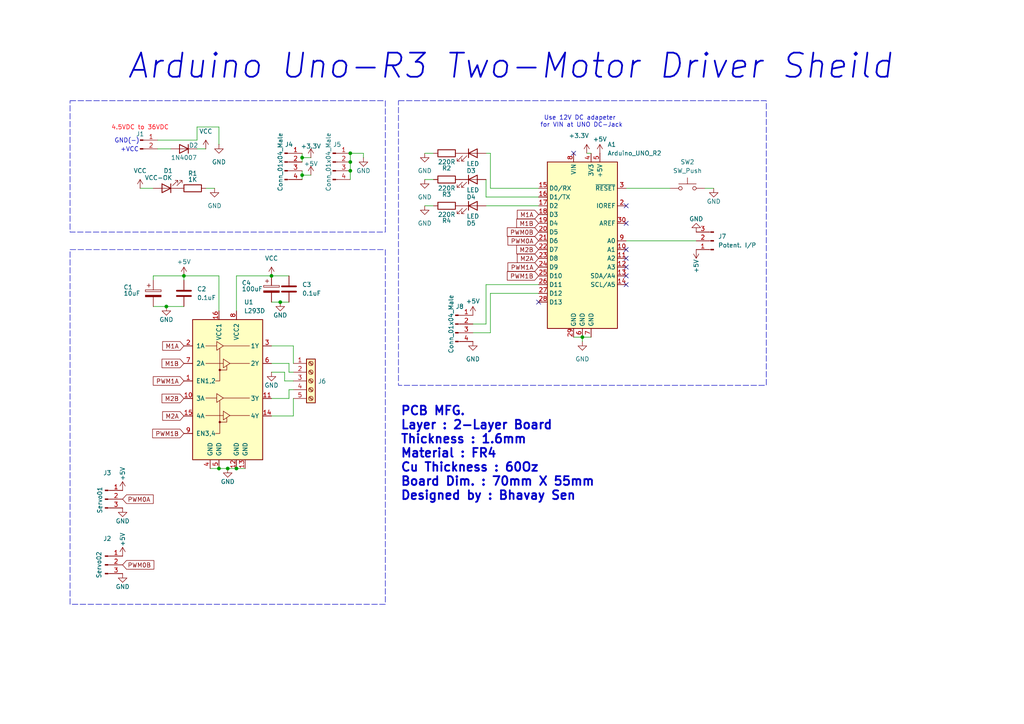
<source format=kicad_sch>
(kicad_sch (version 20231120) (generator "eeschema") (generator_version "8.0")
  (paper "A4")
  (title_block (title "Arduino UNO R3 Two-Motor Driver Sheild") (date "2024-08-04"))
  (lib_symbols
    (symbol "Connector:Conn_01x02_Pin" (pin_names (offset 1.016) hide)
      (property "Reference" "J" (at 0 2.54 0))
      (property "Value" "Conn_01x02_Pin" (at 0 -5.08 0))
      (symbol "Conn_01x02_Pin_1_1"
        (polyline (pts (xy 1.27 -2.54) (xy 0.8636 -2.54)) (stroke (width 0.1524)))
        (polyline (pts (xy 1.27 0) (xy 0.8636 0)) (stroke (width 0.1524)))
        (rectangle (start 0.8636 -2.413) (end 0 -2.667) (stroke (width 0.1524)) (fill (type outline)))
        (rectangle (start 0.8636 0.127) (end 0 -0.127) (stroke (width 0.1524)) (fill (type outline)))
        (pin passive line (at 5.08 0 180) (length 3.81) (name "Pin_1") (number "1"))
        (pin passive line (at 5.08 -2.54 180) (length 3.81) (name "Pin_2") (number "2"))
      )
    )
    (symbol "Connector:Conn_01x03_Pin" (pin_names (offset 1.016) hide)
      (property "Reference" "J" (at 0 5.08 0))
      (property "Value" "Conn_01x03_Pin" (at 0 -5.08 0))
      (symbol "Conn_01x03_Pin_1_1"
        (polyline (pts (xy 1.27 -2.54) (xy 0.8636 -2.54)) (stroke (width 0.1524)))
        (polyline (pts (xy 1.27 0) (xy 0.8636 0)) (stroke (width 0.1524)))
        (polyline (pts (xy 1.27 2.54) (xy 0.8636 2.54)) (stroke (width 0.1524)))
        (rectangle (start 0.8636 -2.413) (end 0 -2.667) (stroke (width 0.1524)) (fill (type outline)))
        (rectangle (start 0.8636 0.127) (end 0 -0.127) (stroke (width 0.1524)) (fill (type outline)))
        (rectangle (start 0.8636 2.667) (end 0 2.413) (stroke (width 0.1524)) (fill (type outline)))
        (pin passive line (at 5.08 2.54 180) (length 3.81) (name "Pin_1") (number "1"))
        (pin passive line (at 5.08 0 180) (length 3.81) (name "Pin_2") (number "2"))
        (pin passive line (at 5.08 -2.54 180) (length 3.81) (name "Pin_3") (number "3"))
      )
    )
    (symbol "Connector:Screw_Terminal_01x05" (pin_names (offset 1.016) hide)
      (property "Reference" "J" (at 0 7.62 0))
      (property "Value" "Screw_Terminal_01x05" (at 0 -7.62 0))
      (symbol "Screw_Terminal_01x05_1_1"
        (rectangle (start -1.27 6.35) (end 1.27 -6.35) (stroke (width 0.254)) (fill (type background)))
        (circle (center 0 -5.08) (radius 0.635) (stroke (width 0.1524)))
        (circle (center 0 -2.54) (radius 0.635) (stroke (width 0.1524)))
        (polyline (pts (xy -0.5334 -4.7498) (xy 0.3302 -5.588)) (stroke (width 0.1524)))
        (polyline (pts (xy -0.5334 -2.2098) (xy 0.3302 -3.048)) (stroke (width 0.1524)))
        (polyline (pts (xy -0.5334 0.3302) (xy 0.3302 -0.508)) (stroke (width 0.1524)))
        (polyline (pts (xy -0.5334 2.8702) (xy 0.3302 2.032)) (stroke (width 0.1524)))
        (polyline (pts (xy -0.5334 5.4102) (xy 0.3302 4.572)) (stroke (width 0.1524)))
        (polyline (pts (xy -0.3556 -4.572) (xy 0.508 -5.4102)) (stroke (width 0.1524)))
        (polyline (pts (xy -0.3556 -2.032) (xy 0.508 -2.8702)) (stroke (width 0.1524)))
        (polyline (pts (xy -0.3556 0.508) (xy 0.508 -0.3302)) (stroke (width 0.1524)))
        (polyline (pts (xy -0.3556 3.048) (xy 0.508 2.2098)) (stroke (width 0.1524)))
        (polyline (pts (xy -0.3556 5.588) (xy 0.508 4.7498)) (stroke (width 0.1524)))
        (circle (center 0 0) (radius 0.635) (stroke (width 0.1524)))
        (circle (center 0 2.54) (radius 0.635) (stroke (width 0.1524)))
        (circle (center 0 5.08) (radius 0.635) (stroke (width 0.1524)))
        (pin passive line (at -5.08 5.08 0) (length 3.81) (name "Pin_1") (number "1"))
        (pin passive line (at -5.08 2.54 0) (length 3.81) (name "Pin_2") (number "2"))
        (pin passive line (at -5.08 0 0) (length 3.81) (name "Pin_3") (number "3"))
        (pin passive line (at -5.08 -2.54 0) (length 3.81) (name "Pin_4") (number "4"))
        (pin passive line (at -5.08 -5.08 0) (length 3.81) (name "Pin_5") (number "5"))
      )
    )
    (symbol "Device:C" (pin_numbers hide) (pin_names (offset 0.254))
      (property "Reference" "C" (at 0.635 2.54 0))
      (property "Value" "C" (at 0.635 -2.54 0))
      (symbol "C_0_1"
        (polyline (pts (xy -2.032 -0.762) (xy 2.032 -0.762)) (stroke (width 0.508)))
        (polyline (pts (xy -2.032 0.762) (xy 2.032 0.762)) (stroke (width 0.508)))
      )
      (symbol "C_1_1"
        (pin passive line (at 0 3.81 270) (length 2.794) (name "~") (number "1"))
        (pin passive line (at 0 -3.81 90) (length 2.794) (name "~") (number "2"))
      )
    )
    (symbol "Device:C_Polarized" (pin_numbers hide) (pin_names (offset 0.254))
      (property "Reference" "C" (at 0.635 2.54 0))
      (property "Value" "C_Polarized" (at 0.635 -2.54 0))
      (symbol "C_Polarized_0_1"
        (rectangle (start -2.286 0.508) (end 2.286 1.016))
        (polyline (pts (xy -1.778 2.286) (xy -0.762 2.286)))
        (polyline (pts (xy -1.27 2.794) (xy -1.27 1.778)))
        (rectangle (start 2.286 -0.508) (end -2.286 -1.016) (fill (type outline)))
      )
      (symbol "C_Polarized_1_1"
        (pin passive line (at 0 3.81 270) (length 2.794) (name "~") (number "1"))
        (pin passive line (at 0 -3.81 90) (length 2.794) (name "~") (number "2"))
      )
    )
    (symbol "Device:LED" (pin_numbers hide) (pin_names (offset 1.016) hide)
      (property "Reference" "D" (at 0 2.54 0))
      (property "Value" "LED" (at 0 -2.54 0))
      (symbol "LED_0_1"
        (polyline (pts (xy -1.27 -1.27) (xy -1.27 1.27)) (stroke (width 0.254)))
        (polyline (pts (xy -1.27 0) (xy 1.27 0)))
        (polyline (pts (xy 1.27 -1.27) (xy 1.27 1.27) (xy -1.27 0) (xy 1.27 -1.27)) (stroke (width 0.254)))
        (polyline (pts (xy -3.048 -0.762) (xy -4.572 -2.286) (xy -3.81 -2.286) (xy -4.572 -2.286) (xy -4.572 -1.524)))
        (polyline (pts (xy -1.778 -0.762) (xy -3.302 -2.286) (xy -2.54 -2.286) (xy -3.302 -2.286) (xy -3.302 -1.524)))
      )
      (symbol "LED_1_1"
        (pin passive line (at -3.81 0 0) (length 2.54) (name "K") (number "1"))
        (pin passive line (at 3.81 0 180) (length 2.54) (name "A") (number "2"))
      )
    )
    (symbol "Device:R" (pin_numbers hide) (pin_names (offset 0))
      (property "Reference" "R" (at 2.032 0 90))
      (property "Value" "R" (at 0 0 90))
      (symbol "R_0_1"
        (rectangle (start -1.016 -2.54) (end 1.016 2.54) (stroke (width 0.254)))
      )
      (symbol "R_1_1"
        (pin passive line (at 0 3.81 270) (length 1.27) (name "~") (number "1"))
        (pin passive line (at 0 -3.81 90) (length 1.27) (name "~") (number "2"))
      )
    )
    (symbol "Diode:1N4007" (pin_numbers hide) (pin_names hide)
      (property "Reference" "D" (at 0 2.54 0))
      (property "Value" "1N4007" (at 0 -2.54 0))
      (symbol "1N4007_0_1"
        (polyline (pts (xy -1.27 1.27) (xy -1.27 -1.27)) (stroke (width 0.254)))
        (polyline (pts (xy 1.27 0) (xy -1.27 0)))
        (polyline (pts (xy 1.27 1.27) (xy 1.27 -1.27) (xy -1.27 0) (xy 1.27 1.27)) (stroke (width 0.254)))
      )
      (symbol "1N4007_1_1"
        (pin passive line (at -3.81 0 0) (length 2.54) (name "K") (number "1"))
        (pin passive line (at 3.81 0 180) (length 2.54) (name "A") (number "2"))
      )
    )
    (symbol "Driver_Motor:L293D" (pin_names (offset 1.016))
      (property "Reference" "U" (at -5.08 26.035 0))
      (property "Value" "L293D" (at -5.08 24.13 0))
      (symbol "L293D_0_1"
        (rectangle (start -10.16 22.86) (end 10.16 -17.78) (stroke (width 0.254)) (fill (type background)))
        (circle (center -2.286 -6.858) (radius 0.254) (fill (type outline)))
        (circle (center -2.286 8.255) (radius 0.254) (fill (type outline)))
        (polyline (pts (xy -6.35 -4.953) (xy -1.27 -4.953)))
        (polyline (pts (xy -6.35 0.127) (xy -3.175 0.127)))
        (polyline (pts (xy -6.35 10.16) (xy -1.27 10.16)))
        (polyline (pts (xy -6.35 15.24) (xy -3.175 15.24)))
        (polyline (pts (xy -1.27 0.127) (xy 6.35 0.127)))
        (polyline (pts (xy -1.27 15.24) (xy 6.35 15.24)))
        (polyline (pts (xy 0.635 -4.953) (xy 6.35 -4.953)))
        (polyline (pts (xy 0.635 10.16) (xy 6.35 10.16)))
        (polyline (pts (xy -2.286 -6.858) (xy -0.254 -6.858) (xy -0.254 -5.588)))
        (polyline (pts (xy -2.286 -0.635) (xy -2.286 -10.16) (xy -3.556 -10.16)))
        (polyline (pts (xy -2.286 8.255) (xy -0.254 8.255) (xy -0.254 9.525)))
        (polyline (pts (xy -2.286 14.478) (xy -2.286 5.08) (xy -3.556 5.08)))
        (polyline (pts (xy -3.175 1.397) (xy -3.175 -1.143) (xy -1.27 0.127) (xy -3.175 1.397)))
        (polyline (pts (xy -3.175 16.51) (xy -3.175 13.97) (xy -1.27 15.24) (xy -3.175 16.51)))
        (polyline (pts (xy -1.27 -3.683) (xy -1.27 -6.223) (xy 0.635 -4.953) (xy -1.27 -3.683)))
        (polyline (pts (xy -1.27 11.43) (xy -1.27 8.89) (xy 0.635 10.16) (xy -1.27 11.43)))
      )
      (symbol "L293D_1_1"
        (pin input line (at -12.7 5.08 0) (length 2.54) (name "EN1,2") (number "1"))
        (pin input line (at -12.7 0 0) (length 2.54) (name "3A") (number "10"))
        (pin output line (at 12.7 0 180) (length 2.54) (name "3Y") (number "11"))
        (pin power_in line (at 2.54 -20.32 90) (length 2.54) (name "GND") (number "12"))
        (pin power_in line (at 5.08 -20.32 90) (length 2.54) (name "GND") (number "13"))
        (pin output line (at 12.7 -5.08 180) (length 2.54) (name "4Y") (number "14"))
        (pin input line (at -12.7 -5.08 0) (length 2.54) (name "4A") (number "15"))
        (pin power_in line (at -2.54 25.4 270) (length 2.54) (name "VCC1") (number "16"))
        (pin input line (at -12.7 15.24 0) (length 2.54) (name "1A") (number "2"))
        (pin output line (at 12.7 15.24 180) (length 2.54) (name "1Y") (number "3"))
        (pin power_in line (at -5.08 -20.32 90) (length 2.54) (name "GND") (number "4"))
        (pin power_in line (at -2.54 -20.32 90) (length 2.54) (name "GND") (number "5"))
        (pin output line (at 12.7 10.16 180) (length 2.54) (name "2Y") (number "6"))
        (pin input line (at -12.7 10.16 0) (length 2.54) (name "2A") (number "7"))
        (pin power_in line (at 2.54 25.4 270) (length 2.54) (name "VCC2") (number "8"))
        (pin input line (at -12.7 -10.16 0) (length 2.54) (name "EN3,4") (number "9"))
      )
    )
    (symbol "MCU_Module:Arduino_UNO_R2"
      (property "Reference" "A" (at -10.16 23.495 0))
      (property "Value" "Arduino_UNO_R2" (at 5.08 -26.67 0))
      (symbol "Arduino_UNO_R2_0_1"
        (rectangle (start -10.16 22.86) (end 10.16 -25.4) (stroke (width 0.254)) (fill (type background)))
      )
      (symbol "Arduino_UNO_R2_1_1"
        (pin no_connect line (at -10.16 -20.32 0) (length 2.54) hide (name "NC") (number "1"))
        (pin bidirectional line (at 12.7 -2.54 180) (length 2.54) (name "A1") (number "10"))
        (pin bidirectional line (at 12.7 -5.08 180) (length 2.54) (name "A2") (number "11"))
        (pin bidirectional line (at 12.7 -7.62 180) (length 2.54) (name "A3") (number "12"))
        (pin bidirectional line (at 12.7 -10.16 180) (length 2.54) (name "SDA/A4") (number "13"))
        (pin bidirectional line (at 12.7 -12.7 180) (length 2.54) (name "SCL/A5") (number "14"))
        (pin bidirectional line (at -12.7 15.24 0) (length 2.54) (name "D0/RX") (number "15"))
        (pin bidirectional line (at -12.7 12.7 0) (length 2.54) (name "D1/TX") (number "16"))
        (pin bidirectional line (at -12.7 10.16 0) (length 2.54) (name "D2") (number "17"))
        (pin bidirectional line (at -12.7 7.62 0) (length 2.54) (name "D3") (number "18"))
        (pin bidirectional line (at -12.7 5.08 0) (length 2.54) (name "D4") (number "19"))
        (pin output line (at 12.7 10.16 180) (length 2.54) (name "IOREF") (number "2"))
        (pin bidirectional line (at -12.7 2.54 0) (length 2.54) (name "D5") (number "20"))
        (pin bidirectional line (at -12.7 0 0) (length 2.54) (name "D6") (number "21"))
        (pin bidirectional line (at -12.7 -2.54 0) (length 2.54) (name "D7") (number "22"))
        (pin bidirectional line (at -12.7 -5.08 0) (length 2.54) (name "D8") (number "23"))
        (pin bidirectional line (at -12.7 -7.62 0) (length 2.54) (name "D9") (number "24"))
        (pin bidirectional line (at -12.7 -10.16 0) (length 2.54) (name "D10") (number "25"))
        (pin bidirectional line (at -12.7 -12.7 0) (length 2.54) (name "D11") (number "26"))
        (pin bidirectional line (at -12.7 -15.24 0) (length 2.54) (name "D12") (number "27"))
        (pin bidirectional line (at -12.7 -17.78 0) (length 2.54) (name "D13") (number "28"))
        (pin power_in line (at -2.54 -27.94 90) (length 2.54) (name "GND") (number "29"))
        (pin input line (at 12.7 15.24 180) (length 2.54) (name "~{RESET}") (number "3"))
        (pin input line (at 12.7 5.08 180) (length 2.54) (name "AREF") (number "30"))
        (pin power_out line (at 2.54 25.4 270) (length 2.54) (name "3V3") (number "4"))
        (pin power_out line (at 5.08 25.4 270) (length 2.54) (name "+5V") (number "5"))
        (pin power_in line (at 0 -27.94 90) (length 2.54) (name "GND") (number "6"))
        (pin power_in line (at 2.54 -27.94 90) (length 2.54) (name "GND") (number "7"))
        (pin power_in line (at -2.54 25.4 270) (length 2.54) (name "VIN") (number "8"))
        (pin bidirectional line (at 12.7 0 180) (length 2.54) (name "A0") (number "9"))
      )
    )
    (symbol "Switch:SW_Push" (pin_numbers hide) (pin_names (offset 1.016) hide)
      (property "Reference" "SW" (at 1.27 2.54 0))
      (property "Value" "SW_Push" (at 0 -1.524 0))
      (symbol "SW_Push_0_1"
        (circle (center -2.032 0) (radius 0.508))
        (polyline (pts (xy 0 1.27) (xy 0 3.048)))
        (polyline (pts (xy 2.54 1.27) (xy -2.54 1.27)))
        (circle (center 2.032 0) (radius 0.508))
        (pin passive line (at -5.08 0 0) (length 2.54) (name "1") (number "1"))
        (pin passive line (at 5.08 0 180) (length 2.54) (name "2") (number "2"))
      )
    )
    (symbol "motor driver shield-rescue:Conn_01x04_Male-Connector" (pin_names (offset 1.016) hide)
      (property "Reference" "J" (at 0 5.08 0))
      (property "Value" "Connector_Conn_01x04_Male" (at 0 -7.62 0))
      (symbol "Conn_01x04_Male-Connector_1_1"
        (polyline (pts (xy 1.27 -5.08) (xy 0.8636 -5.08)) (stroke (width 0.1524)))
        (polyline (pts (xy 1.27 -2.54) (xy 0.8636 -2.54)) (stroke (width 0.1524)))
        (polyline (pts (xy 1.27 0) (xy 0.8636 0)) (stroke (width 0.1524)))
        (polyline (pts (xy 1.27 2.54) (xy 0.8636 2.54)) (stroke (width 0.1524)))
        (rectangle (start 0.8636 -4.953) (end 0 -5.207) (stroke (width 0.1524)) (fill (type outline)))
        (rectangle (start 0.8636 -2.413) (end 0 -2.667) (stroke (width 0.1524)) (fill (type outline)))
        (rectangle (start 0.8636 0.127) (end 0 -0.127) (stroke (width 0.1524)) (fill (type outline)))
        (rectangle (start 0.8636 2.667) (end 0 2.413) (stroke (width 0.1524)) (fill (type outline)))
        (pin passive line (at 5.08 2.54 180) (length 3.81) (name "Pin_1") (number "1"))
        (pin passive line (at 5.08 0 180) (length 3.81) (name "Pin_2") (number "2"))
        (pin passive line (at 5.08 -2.54 180) (length 3.81) (name "Pin_3") (number "3"))
        (pin passive line (at 5.08 -5.08 180) (length 3.81) (name "Pin_4") (number "4"))
      )
    )
    (symbol "power:+3.3V" (power) (pin_numbers hide) (pin_names (offset 0) hide)
      (property "Value" "+3.3V" (at 0 3.556 0))
      (symbol "+3.3V_0_1"
        (polyline (pts (xy -0.762 1.27) (xy 0 2.54)))
        (polyline (pts (xy 0 0) (xy 0 2.54)))
        (polyline (pts (xy 0 2.54) (xy 0.762 1.27)))
      )
      (symbol "+3.3V_1_1"
        (pin power_in line (at 0 0 90) (length 0) (name "~") (number "1"))
      )
    )
    (symbol "power:+5V" (power) (pin_numbers hide) (pin_names (offset 0) hide)
      (property "Value" "+5V" (at 0 3.556 0))
      (symbol "+5V_0_1"
        (polyline (pts (xy -0.762 1.27) (xy 0 2.54)))
        (polyline (pts (xy 0 0) (xy 0 2.54)))
        (polyline (pts (xy 0 2.54) (xy 0.762 1.27)))
      )
      (symbol "+5V_1_1"
        (pin power_in line (at 0 0 90) (length 0) (name "~") (number "1"))
      )
    )
    (symbol "power:GND" (power) (pin_numbers hide) (pin_names (offset 0) hide)
      (property "Value" "GND" (at 0 -3.81 0))
      (symbol "GND_0_1"
        (polyline (pts (xy 0 0) (xy 0 -1.27) (xy 1.27 -1.27) (xy 0 -2.54) (xy -1.27 -1.27) (xy 0 -1.27)))
      )
      (symbol "GND_1_1"
        (pin power_in line (at 0 0 270) (length 0) (name "~") (number "1"))
      )
    )
    (symbol "power:VCC" (power) (pin_numbers hide) (pin_names (offset 0) hide)
      (property "Value" "VCC" (at 0 3.556 0))
      (symbol "VCC_0_1"
        (polyline (pts (xy -0.762 1.27) (xy 0 2.54)))
        (polyline (pts (xy 0 0) (xy 0 2.54)))
        (polyline (pts (xy 0 2.54) (xy 0.762 1.27)))
      )
      (symbol "VCC_1_1"
        (pin power_in line (at 0 0 90) (length 0) (name "~") (number "1"))
      )
    )
  )
  (junction (at 81.28 87.63))
  (junction (at 48.26 88.9))
  (junction (at 68.58 135.89))
  (junction (at 168.91 97.79))
  (junction (at 87.63 45.72))
  (junction (at 63.5 135.89))
  (junction (at 66.04 135.89))
  (junction (at 101.6 44.45))
  (junction (at 101.6 46.99))
  (junction (at 53.34 80.01))
  (junction (at 87.63 50.8))
  (junction (at 101.6 49.53))
  (junction (at 78.74 80.01))
  (no_connect (at 166.37 44.45))
  (no_connect (at 181.61 82.55))
  (no_connect (at 181.61 74.93))
  (no_connect (at 181.61 64.77))
  (no_connect (at 156.21 87.63))
  (no_connect (at 181.61 59.69))
  (no_connect (at 181.61 77.47))
  (no_connect (at 181.61 80.01))
  (no_connect (at 181.61 72.39))
  (wire (pts (xy 83.82 113.03) (xy 85.09 113.03)))
  (wire (pts (xy 101.6 44.45) (xy 101.6 46.99)))
  (wire (pts (xy 85.09 100.33) (xy 85.09 105.41)))
  (wire (pts (xy 140.97 93.98) (xy 137.16 93.98)))
  (wire (pts (xy 87.63 50.8) (xy 87.63 52.07)))
  (wire (pts (xy 83.82 105.41) (xy 83.82 107.95)))
  (wire (pts (xy 87.63 50.8) (xy 90.17 50.8)))
  (wire (pts (xy 83.82 107.95) (xy 85.09 107.95)))
  (wire (pts (xy 53.34 80.01) (xy 44.45 80.01)))
  (wire (pts (xy 168.91 99.06) (xy 168.91 97.79)))
  (wire (pts (xy 57.15 43.18) (xy 59.69 43.18)))
  (wire (pts (xy 123.19 59.69) (xy 125.73 59.69)))
  (wire (pts (xy 156.21 57.15) (xy 140.97 57.15)))
  (wire (pts (xy 63.5 90.17) (xy 63.5 80.01)))
  (wire (pts (xy 101.6 44.45) (xy 105.41 44.45)))
  (wire (pts (xy 87.63 44.45) (xy 87.63 45.72)))
  (wire (pts (xy 83.82 115.57) (xy 83.82 113.03)))
  (wire (pts (xy 60.96 135.89) (xy 63.5 135.89)))
  (wire (pts (xy 142.24 54.61) (xy 142.24 44.45)))
  (wire (pts (xy 63.5 135.89) (xy 66.04 135.89)))
  (wire (pts (xy 166.37 97.79) (xy 168.91 97.79)))
  (wire (pts (xy 87.63 45.72) (xy 87.63 46.99)))
  (wire (pts (xy 78.74 100.33) (xy 85.09 100.33)))
  (wire (pts (xy 68.58 90.17) (xy 68.58 80.01)))
  (wire (pts (xy 123.19 44.45) (xy 125.73 44.45)))
  (wire (pts (xy 78.74 87.63) (xy 81.28 87.63)))
  (wire (pts (xy 81.28 87.63) (xy 83.82 87.63)))
  (wire (pts (xy 170.18 44.45) (xy 171.45 44.45)))
  (wire (pts (xy 87.63 49.53) (xy 87.63 50.8)))
  (wire (pts (xy 57.15 40.64) (xy 45.72 40.64)))
  (wire (pts (xy 44.45 88.9) (xy 48.26 88.9)))
  (wire (pts (xy 68.58 135.89) (xy 71.12 135.89)))
  (wire (pts (xy 156.21 82.55) (xy 140.97 82.55)))
  (wire (pts (xy 137.16 96.52) (xy 142.24 96.52)))
  (wire (pts (xy 48.26 88.9) (xy 53.34 88.9)))
  (wire (pts (xy 156.21 85.09) (xy 142.24 85.09)))
  (wire (pts (xy 78.74 80.01) (xy 83.82 80.01)))
  (wire (pts (xy 63.5 80.01) (xy 53.34 80.01)))
  (wire (pts (xy 57.15 36.83) (xy 57.15 40.64)))
  (wire (pts (xy 78.74 115.57) (xy 83.82 115.57)))
  (wire (pts (xy 63.5 36.83) (xy 63.5 41.91)))
  (wire (pts (xy 140.97 57.15) (xy 140.97 52.07)))
  (wire (pts (xy 123.19 52.07) (xy 125.73 52.07)))
  (wire (pts (xy 62.23 54.61) (xy 59.69 54.61)))
  (wire (pts (xy 45.72 43.18) (xy 49.53 43.18)))
  (wire (pts (xy 66.04 135.89) (xy 68.58 135.89)))
  (wire (pts (xy 82.55 110.49) (xy 85.09 110.49)))
  (wire (pts (xy 140.97 59.69) (xy 156.21 59.69)))
  (wire (pts (xy 87.63 45.72) (xy 90.17 45.72)))
  (wire (pts (xy 78.74 120.65) (xy 85.09 120.65)))
  (wire (pts (xy 53.34 80.01) (xy 53.34 81.28)))
  (wire (pts (xy 78.74 107.95) (xy 82.55 107.95)))
  (wire (pts (xy 85.09 120.65) (xy 85.09 115.57)))
  (wire (pts (xy 142.24 85.09) (xy 142.24 96.52)))
  (wire (pts (xy 101.6 46.99) (xy 101.6 49.53)))
  (wire (pts (xy 156.21 54.61) (xy 142.24 54.61)))
  (wire (pts (xy 181.61 69.85) (xy 201.93 69.85)))
  (wire (pts (xy 68.58 80.01) (xy 78.74 80.01)))
  (wire (pts (xy 105.41 44.45) (xy 105.41 45.72)))
  (wire (pts (xy 44.45 80.01) (xy 44.45 81.28)))
  (wire (pts (xy 40.64 54.61) (xy 44.45 54.61)))
  (wire (pts (xy 78.74 105.41) (xy 83.82 105.41)))
  (wire (pts (xy 142.24 44.45) (xy 140.97 44.45)))
  (wire (pts (xy 140.97 82.55) (xy 140.97 93.98)))
  (wire (pts (xy 204.47 54.61) (xy 207.01 54.61)))
  (wire (pts (xy 101.6 49.53) (xy 101.6 52.07)))
  (wire (pts (xy 181.61 54.61) (xy 194.31 54.61)))
  (wire (pts (xy 57.15 36.83) (xy 63.5 36.83)))
  (wire (pts (xy 168.91 97.79) (xy 171.45 97.79)))
  (wire (pts (xy 82.55 107.95) (xy 82.55 110.49)))
  (rectangle (start 20.32 72.39) (end 111.76 175.26) (stroke (width 0) (type dash)))
  (rectangle (start 115.57 29.21) (end 222.25 111.76) (stroke (width 0) (type dash)))
  (rectangle (start 20.32 29.21) (end 111.76 67.31) (stroke (width 0) (type dash)))
  (text "Arduino Uno-R3 Two-Motor Driver Sheild" (at 148.082 19.304 0) (effects (font (size 7 7) (thickness 0.508) (bold yes) (italic yes))))
  (text "GND(-)" (at 36.83 40.894 0) (effects (font (size 1.27 1.27))))
  (text "PCB MFG. \nLayer : 2-Layer Board\nThickness : 1.6mm\nMaterial : FR4\nCu Thickness : 60Oz\nBoard Dim. : 70mm X 55mm\nDesigned by : Bhavay Sen" (at 116.078 131.572 0) (effects (font (size 2.54 2.54) (thickness 0.508) (bold yes)) (justify left)))
  (text "Use 12V DC adapeter \nfor VIN at UNO DC-Jack" (at 168.656 35.306 0) (effects (font (size 1.27 1.27))))
  (text "+VCC" (at 37.592 43.434 0) (effects (font (size 1.27 1.27))))
  (global_label "PWM1B" (shape input) (at 156.21 80.01 180) (property "Intersheetrefs" "${INTERSHEET_REFS}" (effects (hide yes))))
  (global_label "PWM1A" (shape input) (at 53.34 110.49 180) (property "Intersheetrefs" "${INTERSHEET_REFS}" (effects (hide yes))))
  (global_label "M2B" (shape input) (at 156.21 72.39 180) (property "Intersheetrefs" "${INTERSHEET_REFS}" (effects (hide yes))))
  (global_label "M1B" (shape input) (at 156.21 64.77 180) (property "Intersheetrefs" "${INTERSHEET_REFS}" (effects (hide yes))))
  (global_label "PWM0A" (shape input) (at 35.56 144.78 0) (property "Intersheetrefs" "${INTERSHEET_REFS}" (effects (hide yes))))
  (global_label "PWM0B" (shape input) (at 156.21 67.31 180) (property "Intersheetrefs" "${INTERSHEET_REFS}" (effects (hide yes))))
  (global_label "M2A" (shape input) (at 53.34 120.65 180) (property "Intersheetrefs" "${INTERSHEET_REFS}" (effects (hide yes))))
  (global_label "M2B" (shape input) (at 53.34 115.57 180) (property "Intersheetrefs" "${INTERSHEET_REFS}" (effects (hide yes))))
  (global_label "PWM1B" (shape input) (at 53.34 125.73 180) (property "Intersheetrefs" "${INTERSHEET_REFS}" (effects (hide yes))))
  (global_label "M2A" (shape input) (at 156.21 74.93 180) (property "Intersheetrefs" "${INTERSHEET_REFS}" (effects (hide yes))))
  (global_label "PWM1A" (shape input) (at 156.21 77.47 180) (property "Intersheetrefs" "${INTERSHEET_REFS}" (effects (hide yes))))
  (global_label "PWM0B" (shape input) (at 35.56 163.83 0) (property "Intersheetrefs" "${INTERSHEET_REFS}" (effects (hide yes))))
  (global_label "M1A" (shape input) (at 53.34 100.33 180) (property "Intersheetrefs" "${INTERSHEET_REFS}" (effects (hide yes))))
  (global_label "M1A" (shape input) (at 156.21 62.23 180) (property "Intersheetrefs" "${INTERSHEET_REFS}" (effects (hide yes))))
  (global_label "M1B" (shape input) (at 53.34 105.41 180) (property "Intersheetrefs" "${INTERSHEET_REFS}" (effects (hide yes))))
  (global_label "PWM0A" (shape input) (at 156.21 69.85 180) (property "Intersheetrefs" "${INTERSHEET_REFS}" (effects (hide yes))))
  (symbol (lib_id "power:VCC") (at 59.69 43.18 0) (unit 1)
    (property "Reference" "#PWR02" (effects (hide yes)))
    (property "Value" "VCC" (at 59.69 38.1 0))
    (property "Description" "Power symbol creates a global label with name \"VCC\"" (effects (hide yes)))
  )
  (symbol (lib_id "power:GND") (at 201.93 67.31 180) (unit 1)
    (property "Reference" "#PWR021" (effects (hide yes)))
    (property "Value" "GND" (at 201.93 63.5 0))
    (property "Description" "Power symbol creates a global label with name \"GND\" , ground" (effects (hide yes)))
  )
  (symbol (lib_id "Connector:Conn_01x03_Pin") (at 207.01 69.85 180) (unit 1)
    (property "Reference" "J7" (at 208.28 68.5799 0) (effects (justify right)))
    (property "Value" "Potent. I/P" (at 208.28 71.1199 0) (effects (justify right)))
    (property "Footprint" "Connector_JST:JST_XH_S3B-XH-A-1_1x03_P2.50mm_Horizontal" (effects (hide yes)))
    (property "Description" "Generic connector, single row, 01x03, script generated" (effects (hide yes)))
  )
  (symbol (lib_id "Device:C") (at 53.34 85.09 0) (unit 1)
    (property "Reference" "C2" (at 57.15 83.8199 0) (effects (justify left)))
    (property "Value" "0.1uF" (at 57.15 86.3599 0) (effects (justify left)))
    (property "Footprint" "Capacitor_THT:CP_Radial_D5.0mm_P2.50mm" (effects (hide yes)))
    (property "Description" "Unpolarized capacitor" (effects (hide yes)))
  )
  (symbol (lib_id "power:+5V") (at 90.17 50.8 0) (unit 1)
    (property "Reference" "#PWR06" (effects (hide yes)))
    (property "Value" "+5V" (at 90.17 47.498 0))
    (property "Description" "Power symbol creates a global label with name \"+5V\"" (effects (hide yes)))
  )
  (symbol (lib_id "power:+5V") (at 201.93 72.39 180) (unit 1)
    (property "Reference" "#PWR022" (effects (hide yes)))
    (property "Value" "+5V" (at 201.93 77.216 90))
    (property "Description" "Power symbol creates a global label with name \"+5V\"" (effects (hide yes)))
  )
  (symbol (lib_id "Connector:Conn_01x03_Pin") (at 30.48 163.83 0) (unit 1)
    (property "Reference" "J2" (at 31.115 156.21 0))
    (property "Value" "Servo02" (at 28.702 163.83 90))
    (property "Footprint" "Connector_PinSocket_2.54mm:PinSocket_1x03_P2.54mm_Vertical" (effects (hide yes)))
    (property "Description" "Generic connector, single row, 01x03, script generated" (effects (hide yes)))
  )
  (symbol (lib_id "Device:C") (at 83.82 83.82 0) (unit 1)
    (property "Reference" "C3" (at 87.63 82.5499 0) (effects (justify left)))
    (property "Value" "0.1uF" (at 87.63 85.0899 0) (effects (justify left)))
    (property "Footprint" "Capacitor_THT:CP_Radial_D5.0mm_P2.50mm" (effects (hide yes)))
    (property "Description" "Unpolarized capacitor" (effects (hide yes)))
  )
  (symbol (lib_id "Device:LED") (at 48.26 54.61 180) (unit 1)
    (property "Reference" "D1" (at 48.768 49.53 0))
    (property "Value" "VCC-OK" (at 45.974 51.562 0))
    (property "Footprint" "LED_THT:LED_D5.0mm" (effects (hide yes)))
    (property "Description" "Light emitting diode" (effects (hide yes)))
  )
  (symbol (lib_id "power:GND") (at 123.19 59.69 0) (unit 1)
    (property "Reference" "#PWR020" (effects (hide yes)))
    (property "Value" "GND" (at 123.19 64.77 0))
    (property "Description" "Power symbol creates a global label with name \"GND\" , ground" (effects (hide yes)))
  )
  (symbol (lib_id "Driver_Motor:L293D") (at 66.04 115.57 0) (unit 1)
    (property "Reference" "U1" (at 70.7741 87.63 0) (effects (justify left)))
    (property "Value" "L293D" (at 70.7741 90.17 0) (effects (justify left)))
    (property "Footprint" "Package_DIP:DIP-16_W7.62mm" (effects (hide yes)))
    (property "Datasheet" "http://www.ti.com/lit/ds/symlink/l293.pdf" (effects (hide yes)))
    (property "Description" "Quadruple Half-H Drivers" (effects (hide yes)))
  )
  (symbol (lib_id "Device:R") (at 129.54 44.45 270) (unit 1)
    (property "Reference" "R2" (at 129.54 48.768 90))
    (property "Value" "220R" (at 129.54 46.99 90))
    (property "Footprint" "Resistor_THT:R_Axial_DIN0207_L6.3mm_D2.5mm_P7.62mm_Horizontal" (effects (hide yes)))
    (property "Description" "Resistor" (effects (hide yes)))
  )
  (symbol (lib_id "power:VCC") (at 40.64 54.61 0) (unit 1)
    (property "Reference" "#PWR03" (effects (hide yes)))
    (property "Value" "VCC" (at 40.64 49.53 0))
    (property "Description" "Power symbol creates a global label with name \"VCC\"" (effects (hide yes)))
  )
  (symbol (lib_id "power:VCC") (at 78.74 80.01 0) (unit 1)
    (property "Reference" "#PWR028" (effects (hide yes)))
    (property "Value" "VCC" (at 78.74 74.93 0))
    (property "Description" "Power symbol creates a global label with name \"VCC\"" (effects (hide yes)))
  )
  (symbol (lib_id "power:GND") (at 35.56 147.32 0) (unit 1)
    (property "Reference" "#PWR010" (effects (hide yes)))
    (property "Value" "GND" (at 35.56 151.13 0))
    (property "Description" "Power symbol creates a global label with name \"GND\" , ground" (effects (hide yes)))
  )
  (symbol (lib_id "power:GND") (at 48.26 88.9 0) (unit 1)
    (property "Reference" "#PWR025" (effects (hide yes)))
    (property "Value" "GND" (at 48.26 92.71 0))
    (property "Description" "Power symbol creates a global label with name \"GND\" , ground" (effects (hide yes)))
  )
  (symbol (lib_id "Device:LED") (at 137.16 59.69 0) (unit 1)
    (property "Reference" "D5" (at 136.652 64.77 0))
    (property "Value" "LED" (at 137.16 62.738 0))
    (property "Footprint" "LED_THT:LED_D5.0mm" (effects (hide yes)))
    (property "Description" "Light emitting diode" (effects (hide yes)))
  )
  (symbol (lib_id "power:+5V") (at 53.34 80.01 0) (unit 1)
    (property "Reference" "#PWR027" (effects (hide yes)))
    (property "Value" "+5V" (at 53.34 75.946 0))
    (property "Description" "Power symbol creates a global label with name \"+5V\"" (effects (hide yes)))
  )
  (symbol (lib_id "Switch:SW_Push") (at 199.39 54.61 0) (unit 1)
    (property "Reference" "SW2" (at 199.39 46.99 0))
    (property "Value" "SW_Push" (at 199.39 49.53 0))
    (property "Footprint" "Button_Switch_THT:SW_PUSH_6mm_H5mm" (effects (hide yes)))
    (property "Description" "Push button switch, generic, two pins" (effects (hide yes)))
  )
  (symbol (lib_id "Connector:Conn_01x02_Pin") (at 40.64 40.64 0) (unit 1)
    (property "Reference" "J1" (at 40.64 38.862 0))
    (property "Value" "4.5VDC to 36VDC" (at 40.64 36.83 0))
    (property "Footprint" "Connector_JST:JST_PH_S2B-PH-K_1x02_P2.00mm_Horizontal" (effects (hide yes)))
    (property "Description" "Generic connector, single row, 01x02, script generated" (effects (hide yes)))
  )
  (symbol (lib_id "power:GND") (at 78.74 107.95 0) (unit 1)
    (property "Reference" "#PWR017" (effects (hide yes)))
    (property "Value" "GND" (at 78.74 111.76 0))
    (property "Description" "Power symbol creates a global label with name \"GND\" , ground" (effects (hide yes)))
  )
  (symbol (lib_id "motor driver shield-rescue:Conn_01x04_Male-Connector") (at 96.52 46.99 0) (unit 1)
    (property "Reference" "J5" (at 97.79 41.91 0))
    (property "Value" "Conn_01x04_Male" (at 95.25 46.99 90))
    (property "Footprint" "Connector_PinSocket_2.54mm:PinSocket_1x04_P2.54mm_Vertical" (effects (hide yes)))
  )
  (symbol (lib_id "Device:R") (at 55.88 54.61 90) (unit 1)
    (property "Reference" "R1" (at 55.88 50.292 90))
    (property "Value" "1K" (at 55.88 52.07 90))
    (property "Footprint" "Resistor_THT:R_Axial_DIN0207_L6.3mm_D2.5mm_P7.62mm_Horizontal" (effects (hide yes)))
    (property "Description" "Resistor" (effects (hide yes)))
  )
  (symbol (lib_id "power:+5V") (at 35.56 142.24 0) (unit 1)
    (property "Reference" "#PWR015" (effects (hide yes)))
    (property "Value" "+5V" (at 35.56 137.414 90))
    (property "Description" "Power symbol creates a global label with name \"+5V\"" (effects (hide yes)))
  )
  (symbol (lib_id "Device:R") (at 129.54 59.69 270) (unit 1)
    (property "Reference" "R4" (at 129.54 64.008 90))
    (property "Value" "220R" (at 129.54 62.23 90))
    (property "Footprint" "Resistor_THT:R_Axial_DIN0207_L6.3mm_D2.5mm_P7.62mm_Horizontal" (effects (hide yes)))
    (property "Description" "Resistor" (effects (hide yes)))
  )
  (symbol (lib_id "power:+3.3V") (at 170.18 44.45 0) (unit 1)
    (property "Reference" "#PWR014" (effects (hide yes)))
    (property "Value" "+3.3V" (at 167.894 39.37 0))
    (property "Description" "Power symbol creates a global label with name \"+3.3V\"" (effects (hide yes)))
  )
  (symbol (lib_id "power:GND") (at 123.19 52.07 0) (unit 1)
    (property "Reference" "#PWR019" (effects (hide yes)))
    (property "Value" "GND" (at 123.19 57.15 0))
    (property "Description" "Power symbol creates a global label with name \"GND\" , ground" (effects (hide yes)))
  )
  (symbol (lib_id "Device:R") (at 129.54 52.07 270) (unit 1)
    (property "Reference" "R3" (at 129.54 56.388 90))
    (property "Value" "220R" (at 129.54 54.61 90))
    (property "Footprint" "Resistor_THT:R_Axial_DIN0207_L6.3mm_D2.5mm_P7.62mm_Horizontal" (effects (hide yes)))
    (property "Description" "Resistor" (effects (hide yes)))
  )
  (symbol (lib_id "power:+5V") (at 35.56 161.29 0) (unit 1)
    (property "Reference" "#PWR07" (effects (hide yes)))
    (property "Value" "+5V" (at 35.56 156.464 90))
    (property "Description" "Power symbol creates a global label with name \"+5V\"" (effects (hide yes)))
  )
  (symbol (lib_id "power:GND") (at 105.41 45.72 0) (unit 1)
    (property "Reference" "#PWR08" (effects (hide yes)))
    (property "Value" "GND" (at 105.41 49.53 0))
    (property "Description" "Power symbol creates a global label with name \"GND\" , ground" (effects (hide yes)))
  )
  (symbol (lib_id "power:GND") (at 35.56 166.37 0) (unit 1)
    (property "Reference" "#PWR09" (effects (hide yes)))
    (property "Value" "GND" (at 35.56 170.18 0))
    (property "Description" "Power symbol creates a global label with name \"GND\" , ground" (effects (hide yes)))
  )
  (symbol (lib_id "power:GND") (at 207.01 54.61 0) (unit 1)
    (property "Reference" "#PWR012" (effects (hide yes)))
    (property "Value" "GND" (at 207.01 58.42 0))
    (property "Description" "Power symbol creates a global label with name \"GND\" , ground" (effects (hide yes)))
  )
  (symbol (lib_id "power:+5V") (at 173.99 44.45 0) (unit 1)
    (property "Reference" "#PWR013" (effects (hide yes)))
    (property "Value" "+5V" (at 173.99 40.386 0))
    (property "Description" "Power symbol creates a global label with name \"+5V\"" (effects (hide yes)))
  )
  (symbol (lib_id "power:GND") (at 62.23 54.61 0) (unit 1)
    (property "Reference" "#PWR04" (effects (hide yes)))
    (property "Value" "GND" (at 62.23 59.69 0))
    (property "Description" "Power symbol creates a global label with name \"GND\" , ground" (effects (hide yes)))
  )
  (symbol (lib_id "power:GND") (at 63.5 41.91 0) (unit 1)
    (property "Reference" "#PWR01" (effects (hide yes)))
    (property "Value" "GND" (at 63.5 46.99 0))
    (property "Description" "Power symbol creates a global label with name \"GND\" , ground" (effects (hide yes)))
  )
  (symbol (lib_id "motor driver shield-rescue:Conn_01x04_Male-Connector") (at 132.08 93.98 0) (unit 1)
    (property "Reference" "J8" (at 133.35 88.9 0))
    (property "Value" "Conn_01x04_Male" (at 130.81 93.98 90))
    (property "Footprint" "Connector_PinSocket_2.54mm:PinSocket_1x04_P2.54mm_Vertical" (effects (hide yes)))
  )
  (symbol (lib_id "Device:C_Polarized") (at 78.74 83.82 0) (unit 1)
    (property "Reference" "C4" (at 70.104 82.042 0) (effects (justify left)))
    (property "Value" "100uF" (at 70.104 83.82 0) (effects (justify left)))
    (property "Footprint" "Capacitor_THT:CP_Radial_D8.0mm_P3.50mm" (effects (hide yes)))
    (property "Description" "Polarized capacitor" (effects (hide yes)))
  )
  (symbol (lib_id "Diode:1N4007") (at 53.34 43.18 180) (unit 1)
    (property "Reference" "D2" (at 56.134 42.164 0))
    (property "Value" "1N4007" (at 53.34 45.72 0))
    (property "Footprint" "Diode_THT:D_DO-41_SOD81_P10.16mm_Horizontal" (effects (hide yes)))
    (property "Datasheet" "http://www.vishay.com/docs/88503/1n4001.pdf" (effects (hide yes)))
    (property "Description" "1000V 1A General Purpose Rectifier Diode, DO-41" (effects (hide yes)))
    (property "Sim.Device" "D" (effects (hide yes)))
    (property "Sim.Pins" "1=K 2=A" (effects (hide yes)))
  )
  (symbol (lib_id "power:GND") (at 123.19 44.45 0) (unit 1)
    (property "Reference" "#PWR018" (effects (hide yes)))
    (property "Value" "GND" (at 123.19 49.53 0))
    (property "Description" "Power symbol creates a global label with name \"GND\" , ground" (effects (hide yes)))
  )
  (symbol (lib_id "power:+5V") (at 137.16 91.44 0) (unit 1)
    (property "Reference" "#PWR023" (effects (hide yes)))
    (property "Value" "+5V" (at 137.16 87.376 0))
    (property "Description" "Power symbol creates a global label with name \"+5V\"" (effects (hide yes)))
  )
  (symbol (lib_id "power:GND") (at 66.04 135.89 0) (unit 1)
    (property "Reference" "#PWR016" (effects (hide yes)))
    (property "Value" "GND" (at 66.04 139.7 0))
    (property "Description" "Power symbol creates a global label with name \"GND\" , ground" (effects (hide yes)))
  )
  (symbol (lib_id "power:GND") (at 81.28 87.63 0) (unit 1)
    (property "Reference" "#PWR026" (effects (hide yes)))
    (property "Value" "GND" (at 81.28 91.44 0))
    (property "Description" "Power symbol creates a global label with name \"GND\" , ground" (effects (hide yes)))
  )
  (symbol (lib_id "Device:LED") (at 137.16 52.07 0) (unit 1)
    (property "Reference" "D4" (at 136.652 57.15 0))
    (property "Value" "LED" (at 137.16 55.118 0))
    (property "Footprint" "LED_THT:LED_D5.0mm" (effects (hide yes)))
    (property "Description" "Light emitting diode" (effects (hide yes)))
  )
  (symbol (lib_id "power:+3.3V") (at 90.17 45.72 0) (unit 1)
    (property "Reference" "#PWR011" (effects (hide yes)))
    (property "Value" "+3.3V" (at 90.17 42.418 0))
    (property "Description" "Power symbol creates a global label with name \"+3.3V\"" (effects (hide yes)))
  )
  (symbol (lib_id "motor driver shield-rescue:Conn_01x04_Male-Connector") (at 82.55 46.99 0) (unit 1)
    (property "Reference" "J4" (at 83.82 41.91 0))
    (property "Value" "Conn_01x04_Male" (at 81.28 46.99 90))
    (property "Footprint" "Connector_PinSocket_2.54mm:PinSocket_1x04_P2.54mm_Vertical" (effects (hide yes)))
  )
  (symbol (lib_id "power:GND") (at 137.16 99.06 0) (unit 1)
    (property "Reference" "#PWR024" (effects (hide yes)))
    (property "Value" "GND" (at 137.16 104.14 0))
    (property "Description" "Power symbol creates a global label with name \"GND\" , ground" (effects (hide yes)))
  )
  (symbol (lib_id "Device:LED") (at 137.16 44.45 0) (unit 1)
    (property "Reference" "D3" (at 136.652 49.53 0))
    (property "Value" "LED" (at 137.16 47.498 0))
    (property "Footprint" "LED_THT:LED_D5.0mm" (effects (hide yes)))
    (property "Description" "Light emitting diode" (effects (hide yes)))
  )
  (symbol (lib_id "MCU_Module:Arduino_UNO_R2") (at 168.91 69.85 0) (unit 1)
    (property "Reference" "A1" (at 176.1841 41.91 0) (effects (justify left)))
    (property "Value" "Arduino_UNO_R2" (at 176.1841 44.45 0) (effects (justify left)))
    (property "Footprint" "Module:Arduino_UNO_R2" (effects (hide yes)))
    (property "Datasheet" "https://www.arduino.cc/en/Main/arduinoBoardUno" (effects (hide yes)))
    (property "Description" "Arduino UNO Microcontroller Module, release 2" (effects (hide yes)))
  )
  (symbol (lib_id "Device:C_Polarized") (at 44.45 85.09 0) (unit 1)
    (property "Reference" "C1" (at 35.814 83.312 0) (effects (justify left)))
    (property "Value" "10uF" (at 35.814 85.09 0) (effects (justify left)))
    (property "Footprint" "Capacitor_THT:CP_Radial_D6.3mm_P2.50mm" (effects (hide yes)))
    (property "Description" "Polarized capacitor" (effects (hide yes)))
  )
  (symbol (lib_id "Connector:Conn_01x03_Pin") (at 30.48 144.78 0) (unit 1)
    (property "Reference" "J3" (at 31.115 137.16 0))
    (property "Value" "Servo01" (at 28.956 145.034 90))
    (property "Footprint" "Connector_PinSocket_2.54mm:PinSocket_1x03_P2.54mm_Vertical" (effects (hide yes)))
    (property "Description" "Generic connector, single row, 01x03, script generated" (effects (hide yes)))
  )
  (symbol (lib_id "power:GND") (at 168.91 99.06 0) (unit 1)
    (property "Reference" "#PWR05" (effects (hide yes)))
    (property "Value" "GND" (at 168.91 104.14 0))
    (property "Description" "Power symbol creates a global label with name \"GND\" , ground" (effects (hide yes)))
  )
  (symbol (lib_id "Connector:Screw_Terminal_01x05") (at 90.17 110.49 0) (unit 1)
    (property "Reference" "J6" (at 92.202 110.5916 0) (effects (justify left)))
    (property "Value" "S" (effects (hide yes)))
    (property "Footprint" "TerminalBlock_Phoenix:TerminalBlock_Phoenix_MKDS-1,5-5-5.08_1x05_P5.08mm_Horizontal" (effects (hide yes)))
  )
)
</source>
